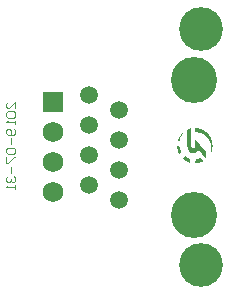
<source format=gbs>
G04*
G04 #@! TF.GenerationSoftware,Altium Limited,Altium Designer,18.1.7 (191)*
G04*
G04 Layer_Color=16711935*
%FSLAX44Y44*%
%MOMM*%
G71*
G01*
G75*
%ADD10C,1.5032*%
%ADD11C,3.9032*%
%ADD12C,3.7032*%
%ADD13R,1.7272X1.7272*%
%ADD14C,1.7272*%
%ADD16C,0.1000*%
G36*
X167089Y145366D02*
X167048Y145297D01*
X166965Y145214D01*
X166881Y145075D01*
X166757Y144923D01*
X166632Y144728D01*
X166479Y144521D01*
X166313Y144285D01*
X166146Y144021D01*
X165980Y143744D01*
X165800Y143453D01*
X165619Y143134D01*
X165273Y142482D01*
X165106Y142149D01*
X164954Y141802D01*
X164940Y141775D01*
X164926Y141719D01*
X164884Y141622D01*
X164829Y141483D01*
X164773Y141317D01*
X164704Y141123D01*
X164621Y140901D01*
X164552Y140651D01*
X164468Y140388D01*
X164385Y140097D01*
X164302Y139791D01*
X164233Y139472D01*
X164108Y138821D01*
X164066Y138488D01*
X164025Y138155D01*
X162444Y138002D01*
Y138030D01*
X162471Y138099D01*
X162513Y138210D01*
X162554Y138363D01*
X162624Y138557D01*
X162707Y138793D01*
X162804Y139043D01*
X162901Y139320D01*
X163026Y139625D01*
X163165Y139944D01*
X163317Y140277D01*
X163484Y140624D01*
X163650Y140984D01*
X163844Y141345D01*
X164274Y142066D01*
X164288Y142093D01*
X164330Y142149D01*
X164399Y142246D01*
X164482Y142385D01*
X164607Y142551D01*
X164732Y142732D01*
X164898Y142953D01*
X165079Y143189D01*
X165273Y143439D01*
X165494Y143702D01*
X165716Y143980D01*
X165966Y144257D01*
X166230Y144548D01*
X166507Y144826D01*
X167103Y145380D01*
X167089Y145366D01*
D02*
G37*
G36*
X177629Y148986D02*
X177657D01*
X177726Y148972D01*
X177810D01*
X177921D01*
X177934D01*
X177990D01*
X178087Y148958D01*
X178212Y148945D01*
X178364Y148931D01*
X178545Y148917D01*
X178753Y148889D01*
X178975Y148861D01*
X179210Y148820D01*
X179474Y148778D01*
X180029Y148667D01*
X180611Y148542D01*
X181207Y148376D01*
X181221D01*
X181277Y148348D01*
X181360Y148321D01*
X181471Y148293D01*
X181610Y148237D01*
X181776Y148182D01*
X181956Y148112D01*
X182164Y148043D01*
X182386Y147946D01*
X182622Y147863D01*
X183121Y147641D01*
X183648Y147405D01*
X184189Y147128D01*
X184203Y147114D01*
X184258Y147086D01*
X184286Y147072D01*
X184328Y147045D01*
X184342D01*
X184369Y147031D01*
Y147017D01*
X184383D01*
X184397Y147003D01*
X184453Y146975D01*
X184550Y146920D01*
X184674Y146837D01*
X184827Y146740D01*
X184993Y146629D01*
X185188Y146504D01*
X185410Y146351D01*
X185645Y146185D01*
X185881Y146004D01*
X186408Y145602D01*
X186935Y145159D01*
X187462Y144673D01*
X187476Y144659D01*
X187518Y144604D01*
X187601Y144534D01*
X187698Y144437D01*
X187809Y144299D01*
X187948Y144146D01*
X188100Y143980D01*
X188267Y143772D01*
X188447Y143564D01*
X188641Y143328D01*
X188835Y143078D01*
X189029Y142815D01*
X189431Y142246D01*
X189806Y141636D01*
X189820Y141622D01*
X189847Y141566D01*
X189903Y141469D01*
X189972Y141345D01*
X190042Y141192D01*
X190139Y141012D01*
X190250Y140790D01*
X190361Y140554D01*
X190485Y140304D01*
X190610Y140027D01*
X190735Y139722D01*
X190860Y139417D01*
X190998Y139084D01*
X191110Y138737D01*
X191345Y138030D01*
Y138002D01*
X191373Y137947D01*
X191387Y137836D01*
X191428Y137697D01*
X191470Y137517D01*
X191512Y137309D01*
X191553Y137073D01*
X191609Y136810D01*
X191664Y136518D01*
X191706Y136200D01*
X191747Y135867D01*
X191789Y135520D01*
X191817Y135159D01*
X191845Y134785D01*
X191872Y134022D01*
Y133828D01*
X191858Y133675D01*
Y133495D01*
X191845Y133287D01*
X191831Y133051D01*
X191803Y132774D01*
X191775Y132497D01*
X191747Y132191D01*
X191706Y131859D01*
X191650Y131526D01*
X191525Y130832D01*
X191359Y130125D01*
Y130097D01*
X191331Y130042D01*
X191304Y129945D01*
X191262Y129806D01*
X191207Y129640D01*
X191151Y129446D01*
X191068Y129224D01*
X190985Y128974D01*
X190888Y128710D01*
X190777Y128433D01*
X190527Y127837D01*
X190222Y127227D01*
X189889Y126602D01*
Y126616D01*
X189917Y126658D01*
X189944Y126727D01*
X189972Y126811D01*
X190014Y126922D01*
X190069Y127046D01*
X190125Y127199D01*
X190180Y127365D01*
X190236Y127546D01*
X190305Y127740D01*
X190444Y128170D01*
X190569Y128641D01*
X190680Y129127D01*
Y129141D01*
X190693Y129182D01*
X190707Y129251D01*
X190721Y129362D01*
X190749Y129473D01*
X190763Y129626D01*
X190791Y129778D01*
X190818Y129973D01*
X190846Y130167D01*
X190874Y130375D01*
X190915Y130846D01*
X190943Y131346D01*
X190957Y131859D01*
Y132053D01*
X190943Y132136D01*
Y132330D01*
X190929Y132580D01*
X190901Y132885D01*
X190874Y133204D01*
X190818Y133578D01*
X190763Y133967D01*
X190693Y134383D01*
X190610Y134813D01*
X190499Y135270D01*
X190388Y135728D01*
X190236Y136200D01*
X190083Y136671D01*
X189889Y137129D01*
X189875Y137156D01*
X189834Y137240D01*
X189778Y137364D01*
X189695Y137545D01*
X189584Y137767D01*
X189459Y138016D01*
X189307Y138294D01*
X189126Y138599D01*
X188932Y138932D01*
X188724Y139278D01*
X188475Y139639D01*
X188225Y139999D01*
X187948Y140374D01*
X187642Y140734D01*
X187323Y141109D01*
X186991Y141456D01*
X186963Y141469D01*
X186907Y141539D01*
X186810Y141636D01*
X186658Y141761D01*
X186491Y141913D01*
X186269Y142093D01*
X186034Y142288D01*
X185756Y142510D01*
X185451Y142732D01*
X185118Y142967D01*
X184772Y143217D01*
X184383Y143453D01*
X183981Y143688D01*
X183565Y143924D01*
X183121Y144146D01*
X182664Y144354D01*
X182650D01*
X182636Y144368D01*
X182553Y144396D01*
X182414Y144451D01*
X182234Y144521D01*
X182012Y144604D01*
X181734Y144701D01*
X181429Y144798D01*
X181083Y144895D01*
X180708Y144992D01*
X180292Y145089D01*
X179862Y145186D01*
X179405Y145269D01*
X178919Y145339D01*
X178434Y145394D01*
X177921Y145422D01*
X177394Y145436D01*
X177380D01*
X177338D01*
X177324D01*
X177283D01*
Y149000D01*
X177297D01*
X177310D01*
X177394D01*
X177505D01*
X177629Y148986D01*
D02*
G37*
G36*
X161972Y133786D02*
Y133772D01*
X161986D01*
X163858Y133329D01*
Y133301D01*
X163872Y133245D01*
Y133204D01*
X163886Y133121D01*
Y133107D01*
X163900Y133065D01*
X163913Y132996D01*
X163927Y132913D01*
X163941Y132802D01*
X163969Y132677D01*
X164011Y132524D01*
X164038Y132372D01*
X164135Y132011D01*
X164246Y131623D01*
X164371Y131193D01*
X164524Y130777D01*
Y130763D01*
X164538Y130722D01*
X164565Y130666D01*
X164593Y130583D01*
X164635Y130486D01*
X164690Y130361D01*
X164746Y130222D01*
X164801Y130084D01*
X164954Y129751D01*
X165134Y129390D01*
X165328Y129002D01*
X165550Y128614D01*
X163913Y126602D01*
X163900Y126616D01*
X163872Y126672D01*
X163817Y126755D01*
X163761Y126880D01*
X163678Y127019D01*
X163595Y127199D01*
X163484Y127393D01*
X163373Y127615D01*
X163262Y127865D01*
X163151Y128128D01*
X163026Y128405D01*
X162901Y128710D01*
X162679Y129335D01*
X162471Y130014D01*
Y130028D01*
X162444Y130097D01*
X162430Y130195D01*
X162388Y130333D01*
X162346Y130500D01*
X162305Y130694D01*
X162263Y130916D01*
X162208Y131165D01*
X162152Y131443D01*
X162111Y131734D01*
X162069Y132053D01*
X162014Y132372D01*
X161958Y133065D01*
X161917Y133800D01*
X161944D01*
X161972Y133786D01*
D02*
G37*
G36*
X173718Y134369D02*
X173732Y134272D01*
Y134147D01*
X173746Y134022D01*
X173760Y133883D01*
X173788Y133717D01*
X173843Y133384D01*
X173940Y133038D01*
X174065Y132718D01*
X174148Y132566D01*
X174245Y132427D01*
Y132413D01*
X174273Y132400D01*
X174343Y132316D01*
X174454Y132205D01*
X174606Y132067D01*
X174800Y131942D01*
X175036Y131831D01*
X175299Y131748D01*
X175438Y131734D01*
X175591Y131720D01*
X175605D01*
X175660D01*
X175743Y131734D01*
X175854Y131748D01*
X175979Y131776D01*
X176118Y131817D01*
X176256Y131873D01*
X176395Y131956D01*
X176409Y131970D01*
X176451Y131997D01*
X176520Y132053D01*
X176603Y132136D01*
X176686Y132233D01*
X176783Y132344D01*
X176880Y132483D01*
X176964Y132649D01*
Y132663D01*
X176991Y132718D01*
X177019Y132788D01*
X177061Y132885D01*
X177102Y133010D01*
X177144Y133148D01*
X177172Y133315D01*
X177213Y133481D01*
Y133495D01*
X177227Y133565D01*
X177241Y133662D01*
Y133772D01*
X177255Y133925D01*
X177269Y134105D01*
X177283Y134286D01*
Y139583D01*
X186727Y128294D01*
Y122733D01*
X186699Y122705D01*
X186686Y122692D01*
X186672Y122678D01*
X179654Y130957D01*
Y130943D01*
X179640Y130916D01*
X179626Y130874D01*
X179599Y130819D01*
X179529Y130666D01*
X179446Y130486D01*
X179349Y130264D01*
X179238Y130042D01*
X179127Y129820D01*
X179002Y129612D01*
X178988Y129584D01*
X178933Y129515D01*
X178864Y129418D01*
X178753Y129293D01*
X178628Y129141D01*
X178461Y128974D01*
X178281Y128794D01*
X178073Y128614D01*
X178059D01*
X178045Y128600D01*
X177962Y128544D01*
X177851Y128461D01*
X177685Y128350D01*
X177491Y128239D01*
X177283Y128128D01*
X177047Y128017D01*
X176797Y127920D01*
X176783D01*
X176770Y127906D01*
X176728Y127892D01*
X176672Y127878D01*
X176548Y127851D01*
X176367Y127795D01*
X176159Y127754D01*
X175910Y127726D01*
X175660Y127698D01*
X175383Y127684D01*
X175369D01*
X175327D01*
X175258D01*
X175161Y127698D01*
X175050D01*
X174925Y127712D01*
X174772Y127726D01*
X174606Y127754D01*
X174259Y127823D01*
X173899Y127934D01*
X173524Y128073D01*
X173178Y128267D01*
X173164D01*
X173136Y128294D01*
X173094Y128322D01*
X173025Y128378D01*
X172942Y128433D01*
X172859Y128516D01*
X172637Y128710D01*
X172387Y128946D01*
X172248Y129099D01*
X172110Y129251D01*
X171971Y129432D01*
X171819Y129612D01*
X171680Y129820D01*
X171541Y130028D01*
X171527Y130042D01*
X171513Y130070D01*
X171486Y130125D01*
X171444Y130208D01*
X171389Y130305D01*
X171333Y130416D01*
X171278Y130541D01*
X171208Y130680D01*
X171084Y131013D01*
X170945Y131373D01*
X170834Y131762D01*
X170751Y132164D01*
Y132178D01*
X170737Y132219D01*
Y132275D01*
X170723Y132358D01*
X170709Y132469D01*
X170695Y132594D01*
X170667Y132746D01*
X170654Y132913D01*
X170640Y133107D01*
X170612Y133315D01*
X170598Y133537D01*
X170584Y133772D01*
X170570Y134036D01*
Y134313D01*
X170557Y134605D01*
Y147627D01*
X170570D01*
X170584Y147641D01*
X170626Y147655D01*
X170681Y147683D01*
X170834Y147752D01*
X171042Y147835D01*
X171264Y147932D01*
X171527Y148043D01*
X171819Y148154D01*
X172110Y148251D01*
X172124D01*
X172151Y148265D01*
X172193Y148279D01*
X172248Y148293D01*
X172318Y148321D01*
X172401Y148348D01*
X172609Y148404D01*
X172845Y148473D01*
X173122Y148542D01*
X173413Y148612D01*
X173718Y148681D01*
Y134369D01*
D02*
G37*
G36*
X169045Y124827D02*
X169073Y124813D01*
X169114Y124786D01*
X169184Y124744D01*
X169253Y124689D01*
X169350Y124633D01*
X169572Y124494D01*
X169835Y124328D01*
X170127Y124162D01*
X170459Y123981D01*
X170792Y123815D01*
X170806D01*
X170834Y123801D01*
X170875Y123773D01*
X170945Y123732D01*
X171028Y123704D01*
X171125Y123649D01*
X171236Y123607D01*
X171361Y123538D01*
X171652Y123427D01*
X171971Y123288D01*
X172318Y123149D01*
X172692Y123025D01*
X172900Y119571D01*
X172886D01*
X172845Y119585D01*
X172775Y119613D01*
X172692Y119641D01*
X172581Y119668D01*
X172456Y119710D01*
X172318Y119765D01*
X172151Y119821D01*
X171805Y119946D01*
X171402Y120098D01*
X170986Y120265D01*
X170570Y120459D01*
X170557D01*
X170515Y120487D01*
X170459Y120514D01*
X170376Y120556D01*
X170279Y120597D01*
X170168Y120667D01*
X170030Y120722D01*
X169877Y120806D01*
X169558Y120986D01*
X169197Y121180D01*
X168823Y121402D01*
X168449Y121651D01*
X168421Y121665D01*
X168351Y121721D01*
X168254Y121790D01*
X168130Y121901D01*
X167963Y122012D01*
X167797Y122151D01*
X167436Y122442D01*
X167408Y122456D01*
X167353Y122511D01*
X167256Y122581D01*
X167131Y122692D01*
X166992Y122816D01*
X166840Y122955D01*
X166493Y123260D01*
X166507D01*
X166549Y123274D01*
X166562D01*
X166604Y123288D01*
X169031Y124841D01*
X169045Y124827D01*
D02*
G37*
G36*
X184245Y120958D02*
X184231Y120944D01*
X184175Y120917D01*
X184092Y120875D01*
X183967Y120806D01*
X183829Y120736D01*
X183648Y120653D01*
X183454Y120556D01*
X183232Y120459D01*
X182983Y120348D01*
X182719Y120237D01*
X182442Y120112D01*
X182150Y120001D01*
X181513Y119779D01*
X180847Y119585D01*
X180819D01*
X180764Y119557D01*
X180667Y119544D01*
X180528Y119502D01*
X180361Y119474D01*
X180167Y119419D01*
X179945Y119377D01*
X179696Y119335D01*
X179432Y119280D01*
X179127Y119238D01*
X178822Y119183D01*
X178503Y119141D01*
X177810Y119086D01*
X177102Y119044D01*
X178045Y122567D01*
X178059D01*
X178087D01*
X178143Y122581D01*
X178198D01*
X178281Y122595D01*
X178392Y122608D01*
X178614Y122650D01*
X178891Y122705D01*
X179196Y122761D01*
X179529Y122830D01*
X179862Y122914D01*
X179876D01*
X179904Y122927D01*
X179945Y122941D01*
X180015Y122955D01*
X180084Y122983D01*
X180181Y123011D01*
X180403Y123080D01*
X180653Y123163D01*
X180944Y123260D01*
X181249Y123371D01*
X181554Y123496D01*
X184245Y120958D01*
D02*
G37*
D10*
X112774Y88400D02*
D03*
Y113800D02*
D03*
X87374Y101100D02*
D03*
X112774Y139200D02*
D03*
X87374Y126500D02*
D03*
Y151900D02*
D03*
X112774Y164600D02*
D03*
X87374Y177300D02*
D03*
D11*
X176274Y190000D02*
D03*
Y75700D02*
D03*
D12*
X181684Y32850D02*
D03*
Y232850D02*
D03*
D13*
X56894Y170950D02*
D03*
D14*
Y145550D02*
D03*
Y120150D02*
D03*
Y94750D02*
D03*
D16*
X25000Y165668D02*
Y171000D01*
X19668Y165668D01*
X18335D01*
X17003Y167001D01*
Y169667D01*
X18335Y171000D01*
Y163003D02*
X17003Y161670D01*
Y159004D01*
X18335Y157671D01*
X23667D01*
X25000Y159004D01*
Y161670D01*
X23667Y163003D01*
X18335D01*
X25000Y155005D02*
Y152339D01*
Y153672D01*
X17003D01*
X18335Y155005D01*
X23667Y148341D02*
X25000Y147008D01*
Y144342D01*
X23667Y143009D01*
X18335D01*
X17003Y144342D01*
Y147008D01*
X18335Y148341D01*
X19668D01*
X21001Y147008D01*
Y143009D01*
Y140343D02*
Y135012D01*
X18335Y132346D02*
X17003Y131013D01*
Y128347D01*
X18335Y127014D01*
X23667D01*
X25000Y128347D01*
Y131013D01*
X23667Y132346D01*
X18335D01*
X17003Y124348D02*
Y119017D01*
X18335D01*
X23667Y124348D01*
X25000D01*
X21001Y116351D02*
Y111019D01*
X18335Y108354D02*
X17003Y107021D01*
Y104355D01*
X18335Y103022D01*
X19668D01*
X21001Y104355D01*
Y105688D01*
Y104355D01*
X22334Y103022D01*
X23667D01*
X25000Y104355D01*
Y107021D01*
X23667Y108354D01*
X25000Y100356D02*
Y97690D01*
Y99023D01*
X17003D01*
X18335Y100356D01*
M02*

</source>
